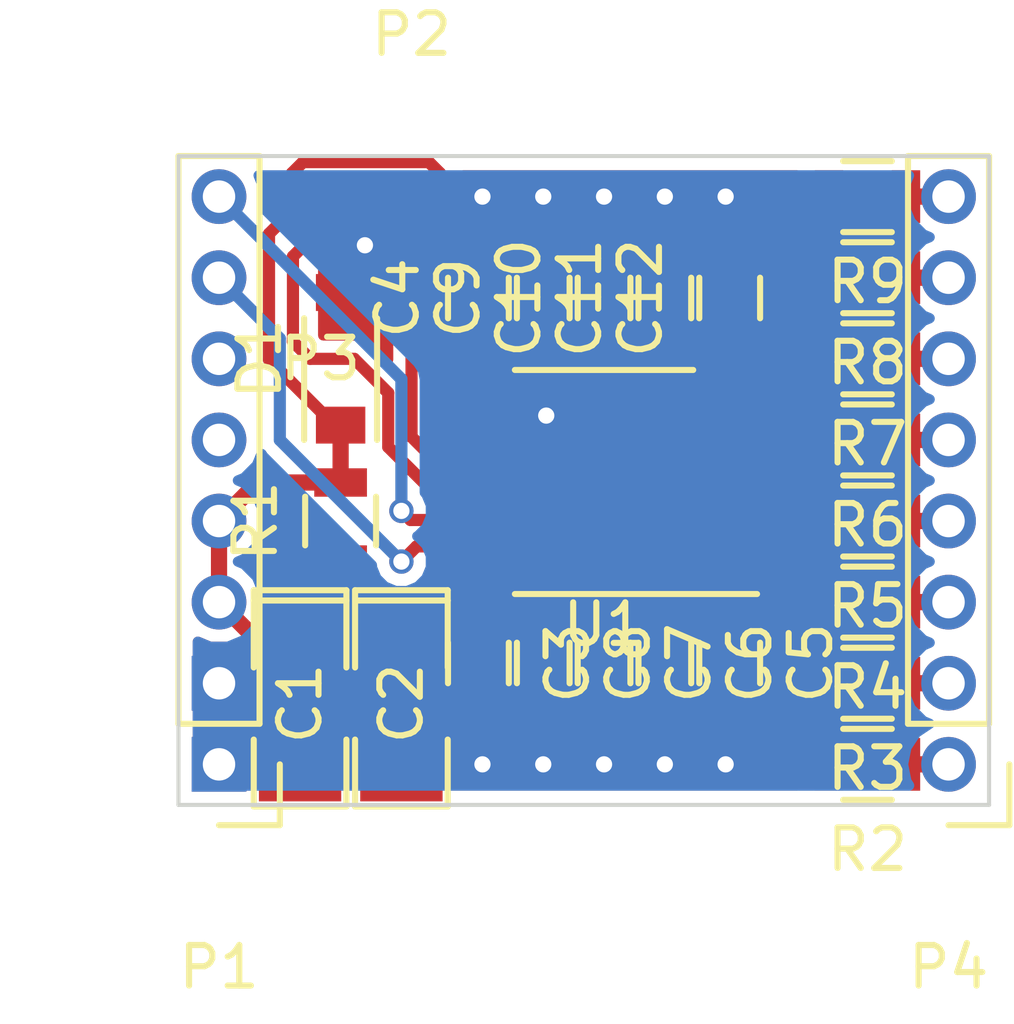
<source format=kicad_pcb>
(kicad_pcb (version 4) (host pcbnew 4.0.4+e1-6308~48~ubuntu16.04.1-stable)

  (general
    (links 56)
    (no_connects 0)
    (area 184.949999 124.949999 205.050001 141.050001)
    (thickness 1.6)
    (drawings 8)
    (tracks 159)
    (zones 0)
    (modules 27)
    (nets 25)
  )

  (page A4)
  (layers
    (0 F.Cu signal)
    (31 B.Cu signal)
    (32 B.Adhes user)
    (33 F.Adhes user)
    (34 B.Paste user)
    (35 F.Paste user)
    (36 B.SilkS user)
    (37 F.SilkS user)
    (38 B.Mask user)
    (39 F.Mask user)
    (40 Dwgs.User user)
    (41 Cmts.User user)
    (42 Eco1.User user)
    (43 Eco2.User user)
    (44 Edge.Cuts user)
    (45 Margin user)
    (46 B.CrtYd user)
    (47 F.CrtYd user)
    (48 B.Fab user)
    (49 F.Fab user)
  )

  (setup
    (last_trace_width 0.25)
    (user_trace_width 0.3)
    (user_trace_width 0.4)
    (user_trace_width 0.5)
    (trace_clearance 0.2)
    (zone_clearance 0.3)
    (zone_45_only no)
    (trace_min 0.2)
    (segment_width 0.2)
    (edge_width 0.1)
    (via_size 0.6)
    (via_drill 0.4)
    (via_min_size 0.4)
    (via_min_drill 0.3)
    (uvia_size 0.3)
    (uvia_drill 0.1)
    (uvias_allowed no)
    (uvia_min_size 0.2)
    (uvia_min_drill 0.1)
    (pcb_text_width 0.3)
    (pcb_text_size 1.5 1.5)
    (mod_edge_width 0.15)
    (mod_text_size 1 1)
    (mod_text_width 0.15)
    (pad_size 1.35 1.35)
    (pad_drill 0.8)
    (pad_to_mask_clearance 0)
    (aux_axis_origin 0 0)
    (visible_elements 7FFCEFFF)
    (pcbplotparams
      (layerselection 0x00030_80000001)
      (usegerberextensions false)
      (excludeedgelayer true)
      (linewidth 0.100000)
      (plotframeref false)
      (viasonmask false)
      (mode 1)
      (useauxorigin false)
      (hpglpennumber 1)
      (hpglpenspeed 20)
      (hpglpendiameter 15)
      (hpglpenoverlay 2)
      (psnegative false)
      (psa4output false)
      (plotreference true)
      (plotvalue true)
      (plotinvisibletext false)
      (padsonsilk false)
      (subtractmaskfromsilk false)
      (outputformat 1)
      (mirror false)
      (drillshape 1)
      (scaleselection 1)
      (outputdirectory ""))
  )

  (net 0 "")
  (net 1 +3V3)
  (net 2 GND)
  (net 3 "Net-(C2-Pad1)")
  (net 4 "Net-(C4-Pad1)")
  (net 5 "Net-(C5-Pad1)")
  (net 6 "Net-(C6-Pad1)")
  (net 7 "Net-(C7-Pad1)")
  (net 8 "Net-(C8-Pad1)")
  (net 9 "Net-(C9-Pad1)")
  (net 10 "Net-(C10-Pad1)")
  (net 11 "Net-(C11-Pad1)")
  (net 12 "Net-(C12-Pad1)")
  (net 13 "Net-(P1-Pad7)")
  (net 14 "Net-(P1-Pad8)")
  (net 15 "Net-(P2-Pad2)")
  (net 16 "Net-(P3-Pad2)")
  (net 17 /CH0)
  (net 18 /CH1)
  (net 19 /CH2)
  (net 20 /CH3)
  (net 21 /CH4)
  (net 22 /CH5)
  (net 23 /CH6)
  (net 24 /CH7)

  (net_class Default "This is the default net class."
    (clearance 0.2)
    (trace_width 0.25)
    (via_dia 0.6)
    (via_drill 0.4)
    (uvia_dia 0.3)
    (uvia_drill 0.1)
    (add_net +3V3)
    (add_net /CH0)
    (add_net /CH1)
    (add_net /CH2)
    (add_net /CH3)
    (add_net /CH4)
    (add_net /CH5)
    (add_net /CH6)
    (add_net /CH7)
    (add_net GND)
    (add_net "Net-(C10-Pad1)")
    (add_net "Net-(C11-Pad1)")
    (add_net "Net-(C12-Pad1)")
    (add_net "Net-(C2-Pad1)")
    (add_net "Net-(C4-Pad1)")
    (add_net "Net-(C5-Pad1)")
    (add_net "Net-(C6-Pad1)")
    (add_net "Net-(C7-Pad1)")
    (add_net "Net-(C8-Pad1)")
    (add_net "Net-(C9-Pad1)")
    (add_net "Net-(P1-Pad7)")
    (add_net "Net-(P1-Pad8)")
    (add_net "Net-(P2-Pad2)")
    (add_net "Net-(P3-Pad2)")
  )

  (module SMD_Packages:SMD-1206_Pol (layer F.Cu) (tedit 0) (tstamp 5856AA78)
    (at 188 138.5 270)
    (path /5855DFDB)
    (attr smd)
    (fp_text reference C1 (at 0 0 270) (layer F.SilkS)
      (effects (font (size 1 1) (thickness 0.15)))
    )
    (fp_text value CP (at 0 0 270) (layer F.Fab)
      (effects (font (size 1 1) (thickness 0.15)))
    )
    (fp_line (start -2.54 -1.143) (end -2.794 -1.143) (layer F.SilkS) (width 0.15))
    (fp_line (start -2.794 -1.143) (end -2.794 1.143) (layer F.SilkS) (width 0.15))
    (fp_line (start -2.794 1.143) (end -2.54 1.143) (layer F.SilkS) (width 0.15))
    (fp_line (start -2.54 -1.143) (end -2.54 1.143) (layer F.SilkS) (width 0.15))
    (fp_line (start -2.54 1.143) (end -0.889 1.143) (layer F.SilkS) (width 0.15))
    (fp_line (start 0.889 -1.143) (end 2.54 -1.143) (layer F.SilkS) (width 0.15))
    (fp_line (start 2.54 -1.143) (end 2.54 1.143) (layer F.SilkS) (width 0.15))
    (fp_line (start 2.54 1.143) (end 0.889 1.143) (layer F.SilkS) (width 0.15))
    (fp_line (start -0.889 -1.143) (end -2.54 -1.143) (layer F.SilkS) (width 0.15))
    (pad 1 smd rect (at -1.651 0 270) (size 1.524 2.032) (layers F.Cu F.Paste F.Mask)
      (net 1 +3V3))
    (pad 2 smd rect (at 1.651 0 270) (size 1.524 2.032) (layers F.Cu F.Paste F.Mask)
      (net 2 GND))
    (model SMD_Packages.3dshapes/SMD-1206_Pol.wrl
      (at (xyz 0 0 0))
      (scale (xyz 0.17 0.16 0.16))
      (rotate (xyz 0 0 0))
    )
  )

  (module SMD_Packages:SMD-1206_Pol (layer F.Cu) (tedit 0) (tstamp 5856AA7E)
    (at 190.5 138.5 270)
    (path /5855DFD4)
    (attr smd)
    (fp_text reference C2 (at 0 0 270) (layer F.SilkS)
      (effects (font (size 1 1) (thickness 0.15)))
    )
    (fp_text value CP (at 0 0 270) (layer F.Fab)
      (effects (font (size 1 1) (thickness 0.15)))
    )
    (fp_line (start -2.54 -1.143) (end -2.794 -1.143) (layer F.SilkS) (width 0.15))
    (fp_line (start -2.794 -1.143) (end -2.794 1.143) (layer F.SilkS) (width 0.15))
    (fp_line (start -2.794 1.143) (end -2.54 1.143) (layer F.SilkS) (width 0.15))
    (fp_line (start -2.54 -1.143) (end -2.54 1.143) (layer F.SilkS) (width 0.15))
    (fp_line (start -2.54 1.143) (end -0.889 1.143) (layer F.SilkS) (width 0.15))
    (fp_line (start 0.889 -1.143) (end 2.54 -1.143) (layer F.SilkS) (width 0.15))
    (fp_line (start 2.54 -1.143) (end 2.54 1.143) (layer F.SilkS) (width 0.15))
    (fp_line (start 2.54 1.143) (end 0.889 1.143) (layer F.SilkS) (width 0.15))
    (fp_line (start -0.889 -1.143) (end -2.54 -1.143) (layer F.SilkS) (width 0.15))
    (pad 1 smd rect (at -1.651 0 270) (size 1.524 2.032) (layers F.Cu F.Paste F.Mask)
      (net 3 "Net-(C2-Pad1)"))
    (pad 2 smd rect (at 1.651 0 270) (size 1.524 2.032) (layers F.Cu F.Paste F.Mask)
      (net 2 GND))
    (model SMD_Packages.3dshapes/SMD-1206_Pol.wrl
      (at (xyz 0 0 0))
      (scale (xyz 0.17 0.16 0.16))
      (rotate (xyz 0 0 0))
    )
  )

  (module Diodes_SMD:SOD-123 (layer F.Cu) (tedit 5753A53E) (tstamp 5856AAC0)
    (at 189 130 90)
    (descr SOD-123)
    (tags SOD-123)
    (path /5855E0DD)
    (attr smd)
    (fp_text reference D1 (at 0 -2 90) (layer F.SilkS)
      (effects (font (size 1 1) (thickness 0.15)))
    )
    (fp_text value 3.3V (at 0 2.1 90) (layer F.Fab)
      (effects (font (size 1 1) (thickness 0.15)))
    )
    (fp_line (start 0.25 0) (end 0.75 0) (layer F.Fab) (width 0.15))
    (fp_line (start 0.25 0.4) (end -0.35 0) (layer F.Fab) (width 0.15))
    (fp_line (start 0.25 -0.4) (end 0.25 0.4) (layer F.Fab) (width 0.15))
    (fp_line (start -0.35 0) (end 0.25 -0.4) (layer F.Fab) (width 0.15))
    (fp_line (start -0.35 0) (end -0.35 0.55) (layer F.Fab) (width 0.15))
    (fp_line (start -0.35 0) (end -0.35 -0.55) (layer F.Fab) (width 0.15))
    (fp_line (start -0.75 0) (end -0.35 0) (layer F.Fab) (width 0.15))
    (fp_line (start -1.35 0.8) (end -1.35 -0.8) (layer F.Fab) (width 0.15))
    (fp_line (start 1.35 0.8) (end -1.35 0.8) (layer F.Fab) (width 0.15))
    (fp_line (start 1.35 -0.8) (end 1.35 0.8) (layer F.Fab) (width 0.15))
    (fp_line (start -1.35 -0.8) (end 1.35 -0.8) (layer F.Fab) (width 0.15))
    (fp_line (start -2.25 -1.05) (end 2.25 -1.05) (layer F.CrtYd) (width 0.05))
    (fp_line (start 2.25 -1.05) (end 2.25 1.05) (layer F.CrtYd) (width 0.05))
    (fp_line (start 2.25 1.05) (end -2.25 1.05) (layer F.CrtYd) (width 0.05))
    (fp_line (start -2.25 -1.05) (end -2.25 1.05) (layer F.CrtYd) (width 0.05))
    (fp_line (start -2 0.9) (end 1 0.9) (layer F.SilkS) (width 0.15))
    (fp_line (start -2 -0.9) (end 1 -0.9) (layer F.SilkS) (width 0.15))
    (pad 1 smd rect (at -1.635 0 90) (size 0.91 1.22) (layers F.Cu F.Paste F.Mask)
      (net 1 +3V3))
    (pad 2 smd rect (at 1.635 0 90) (size 0.91 1.22) (layers F.Cu F.Paste F.Mask)
      (net 2 GND))
    (model ${KISYS3DMOD}/Diodes_SMD.3dshapes/SOD-123.wrl
      (at (xyz 0 0 0))
      (scale (xyz 1 1 1))
      (rotate (xyz 0 0 0))
    )
  )

  (module Resistors_SMD:R_0805 (layer F.Cu) (tedit 58307B54) (tstamp 5856AAEE)
    (at 189 134 90)
    (descr "Resistor SMD 0805, reflow soldering, Vishay (see dcrcw.pdf)")
    (tags "resistor 0805")
    (path /5855DFBA)
    (attr smd)
    (fp_text reference R1 (at 0 -2.1 90) (layer F.SilkS)
      (effects (font (size 1 1) (thickness 0.15)))
    )
    (fp_text value R (at 0 2.1 90) (layer F.Fab)
      (effects (font (size 1 1) (thickness 0.15)))
    )
    (fp_line (start -1 0.625) (end -1 -0.625) (layer F.Fab) (width 0.1))
    (fp_line (start 1 0.625) (end -1 0.625) (layer F.Fab) (width 0.1))
    (fp_line (start 1 -0.625) (end 1 0.625) (layer F.Fab) (width 0.1))
    (fp_line (start -1 -0.625) (end 1 -0.625) (layer F.Fab) (width 0.1))
    (fp_line (start -1.6 -1) (end 1.6 -1) (layer F.CrtYd) (width 0.05))
    (fp_line (start -1.6 1) (end 1.6 1) (layer F.CrtYd) (width 0.05))
    (fp_line (start -1.6 -1) (end -1.6 1) (layer F.CrtYd) (width 0.05))
    (fp_line (start 1.6 -1) (end 1.6 1) (layer F.CrtYd) (width 0.05))
    (fp_line (start 0.6 0.875) (end -0.6 0.875) (layer F.SilkS) (width 0.15))
    (fp_line (start -0.6 -0.875) (end 0.6 -0.875) (layer F.SilkS) (width 0.15))
    (pad 1 smd rect (at -0.95 0 90) (size 0.7 1.3) (layers F.Cu F.Paste F.Mask)
      (net 3 "Net-(C2-Pad1)"))
    (pad 2 smd rect (at 0.95 0 90) (size 0.7 1.3) (layers F.Cu F.Paste F.Mask)
      (net 1 +3V3))
    (model Resistors_SMD.3dshapes/R_0805.wrl
      (at (xyz 0 0 0))
      (scale (xyz 1 1 1))
      (rotate (xyz 0 0 0))
    )
  )

  (module Housings_SSOP:TSSOP-16_4.4x5mm_Pitch0.65mm (layer F.Cu) (tedit 54130A77) (tstamp 5856AB32)
    (at 195.5 133 180)
    (descr "16-Lead Plastic Thin Shrink Small Outline (ST)-4.4 mm Body [TSSOP] (see Microchip Packaging Specification 00000049BS.pdf)")
    (tags "SSOP 0.65")
    (path /5855DFE2)
    (attr smd)
    (fp_text reference U1 (at 0 -3.55 180) (layer F.SilkS)
      (effects (font (size 1 1) (thickness 0.15)))
    )
    (fp_text value ADS7828 (at 0 3.55 180) (layer F.Fab)
      (effects (font (size 1 1) (thickness 0.15)))
    )
    (fp_line (start -1.2 -2.5) (end 2.2 -2.5) (layer F.Fab) (width 0.15))
    (fp_line (start 2.2 -2.5) (end 2.2 2.5) (layer F.Fab) (width 0.15))
    (fp_line (start 2.2 2.5) (end -2.2 2.5) (layer F.Fab) (width 0.15))
    (fp_line (start -2.2 2.5) (end -2.2 -1.5) (layer F.Fab) (width 0.15))
    (fp_line (start -2.2 -1.5) (end -1.2 -2.5) (layer F.Fab) (width 0.15))
    (fp_line (start -3.95 -2.9) (end -3.95 2.8) (layer F.CrtYd) (width 0.05))
    (fp_line (start 3.95 -2.9) (end 3.95 2.8) (layer F.CrtYd) (width 0.05))
    (fp_line (start -3.95 -2.9) (end 3.95 -2.9) (layer F.CrtYd) (width 0.05))
    (fp_line (start -3.95 2.8) (end 3.95 2.8) (layer F.CrtYd) (width 0.05))
    (fp_line (start -2.2 2.725) (end 2.2 2.725) (layer F.SilkS) (width 0.15))
    (fp_line (start -3.775 -2.8) (end 2.2 -2.8) (layer F.SilkS) (width 0.15))
    (pad 1 smd rect (at -2.95 -2.275 180) (size 1.5 0.45) (layers F.Cu F.Paste F.Mask)
      (net 5 "Net-(C5-Pad1)"))
    (pad 2 smd rect (at -2.95 -1.625 180) (size 1.5 0.45) (layers F.Cu F.Paste F.Mask)
      (net 6 "Net-(C6-Pad1)"))
    (pad 3 smd rect (at -2.95 -0.975 180) (size 1.5 0.45) (layers F.Cu F.Paste F.Mask)
      (net 7 "Net-(C7-Pad1)"))
    (pad 4 smd rect (at -2.95 -0.325 180) (size 1.5 0.45) (layers F.Cu F.Paste F.Mask)
      (net 8 "Net-(C8-Pad1)"))
    (pad 5 smd rect (at -2.95 0.325 180) (size 1.5 0.45) (layers F.Cu F.Paste F.Mask)
      (net 9 "Net-(C9-Pad1)"))
    (pad 6 smd rect (at -2.95 0.975 180) (size 1.5 0.45) (layers F.Cu F.Paste F.Mask)
      (net 10 "Net-(C10-Pad1)"))
    (pad 7 smd rect (at -2.95 1.625 180) (size 1.5 0.45) (layers F.Cu F.Paste F.Mask)
      (net 11 "Net-(C11-Pad1)"))
    (pad 8 smd rect (at -2.95 2.275 180) (size 1.5 0.45) (layers F.Cu F.Paste F.Mask)
      (net 12 "Net-(C12-Pad1)"))
    (pad 9 smd rect (at 2.95 2.275 180) (size 1.5 0.45) (layers F.Cu F.Paste F.Mask)
      (net 2 GND))
    (pad 10 smd rect (at 2.95 1.625 180) (size 1.5 0.45) (layers F.Cu F.Paste F.Mask)
      (net 4 "Net-(C4-Pad1)"))
    (pad 11 smd rect (at 2.95 0.975 180) (size 1.5 0.45) (layers F.Cu F.Paste F.Mask)
      (net 2 GND))
    (pad 12 smd rect (at 2.95 0.325 180) (size 1.5 0.45) (layers F.Cu F.Paste F.Mask)
      (net 15 "Net-(P2-Pad2)"))
    (pad 13 smd rect (at 2.95 -0.325 180) (size 1.5 0.45) (layers F.Cu F.Paste F.Mask)
      (net 16 "Net-(P3-Pad2)"))
    (pad 14 smd rect (at 2.95 -0.975 180) (size 1.5 0.45) (layers F.Cu F.Paste F.Mask)
      (net 14 "Net-(P1-Pad8)"))
    (pad 15 smd rect (at 2.95 -1.625 180) (size 1.5 0.45) (layers F.Cu F.Paste F.Mask)
      (net 13 "Net-(P1-Pad7)"))
    (pad 16 smd rect (at 2.95 -2.275 180) (size 1.5 0.45) (layers F.Cu F.Paste F.Mask)
      (net 3 "Net-(C2-Pad1)"))
    (model Housings_SSOP.3dshapes/TSSOP-16_4.4x5mm_Pitch0.65mm.wrl
      (at (xyz 0 0 0))
      (scale (xyz 1 1 1))
      (rotate (xyz 0 0 0))
    )
  )

  (module Pin_Headers:Pin_Header_Straight_1x08_Pitch2.00mm (layer F.Cu) (tedit 5856F7D3) (tstamp 5856C956)
    (at 186 140 180)
    (descr "Through hole pin header, 1x08, 2.00mm pitch, single row")
    (tags "pin header single row")
    (path /5855D3E3)
    (fp_text reference P1 (at 0 -5 180) (layer F.SilkS)
      (effects (font (size 1 1) (thickness 0.15)))
    )
    (fp_text value CONN_01X08 (at 0 -3 180) (layer F.Fab)
      (effects (font (size 1 1) (thickness 0.15)))
    )
    (fp_line (start -1 1) (end 1 1) (layer F.SilkS) (width 0.15))
    (fp_line (start 1 1) (end 1 15) (layer F.SilkS) (width 0.15))
    (fp_line (start 1 15) (end -1 15) (layer F.SilkS) (width 0.15))
    (fp_line (start -1 15) (end -1 1) (layer F.SilkS) (width 0.15))
    (fp_line (start -1.6 -1.6) (end 1.6 -1.6) (layer F.CrtYd) (width 0.05))
    (fp_line (start 1.6 -1.6) (end 1.6 15.6) (layer F.CrtYd) (width 0.05))
    (fp_line (start 1.6 15.6) (end -1.6 15.6) (layer F.CrtYd) (width 0.05))
    (fp_line (start -1.6 15.6) (end -1.6 -1.6) (layer F.CrtYd) (width 0.05))
    (fp_line (start -1.5 0) (end -1.5 -1.5) (layer F.SilkS) (width 0.15))
    (fp_line (start -1.5 -1.5) (end 0 -1.5) (layer F.SilkS) (width 0.15))
    (pad 1 thru_hole rect (at 0 0 180) (size 1.35 1.35) (drill 0.8) (layers *.Cu *.Mask)
      (net 2 GND))
    (pad 2 thru_hole rect (at 0 2 180) (size 1.35 1.35) (drill 0.8) (layers *.Cu *.Mask)
      (net 2 GND))
    (pad 3 thru_hole circle (at 0 4 180) (size 1.35 1.35) (drill 0.8) (layers *.Cu *.Mask)
      (net 1 +3V3))
    (pad 4 thru_hole circle (at 0 6 180) (size 1.35 1.35) (drill 0.8) (layers *.Cu *.Mask)
      (net 1 +3V3))
    (pad 5 thru_hole circle (at 0 8 180) (size 1.35 1.35) (drill 0.8) (layers *.Cu *.Mask))
    (pad 6 thru_hole circle (at 0 10 180) (size 1.35 1.35) (drill 0.8) (layers *.Cu *.Mask))
    (pad 7 thru_hole circle (at 0 12 180) (size 1.35 1.35) (drill 0.8) (layers *.Cu *.Mask)
      (net 13 "Net-(P1-Pad7)"))
    (pad 8 thru_hole circle (at 0 14 180) (size 1.35 1.35) (drill 0.8) (layers *.Cu *.Mask)
      (net 14 "Net-(P1-Pad8)"))
    (model Pin_Headers.3dshapes/Pin_Header_Straight_1x08_Pitch2.00mm.wrl
      (at (xyz 0 0 0))
      (scale (xyz 1 1 1))
      (rotate (xyz 0 0 0))
    )
  )

  (module Pin_Headers:Pin_Header_Straight_1x08_Pitch2.00mm (layer F.Cu) (tedit 5856F7E1) (tstamp 5856C96D)
    (at 204 140 180)
    (descr "Through hole pin header, 1x08, 2.00mm pitch, single row")
    (tags "pin header single row")
    (path /5855D0FE)
    (fp_text reference P4 (at 0 -5 180) (layer F.SilkS)
      (effects (font (size 1 1) (thickness 0.15)))
    )
    (fp_text value CONN_01X08 (at 0 -3 180) (layer F.Fab)
      (effects (font (size 1 1) (thickness 0.15)))
    )
    (fp_line (start -1 1) (end 1 1) (layer F.SilkS) (width 0.15))
    (fp_line (start 1 1) (end 1 15) (layer F.SilkS) (width 0.15))
    (fp_line (start 1 15) (end -1 15) (layer F.SilkS) (width 0.15))
    (fp_line (start -1 15) (end -1 1) (layer F.SilkS) (width 0.15))
    (fp_line (start -1.6 -1.6) (end 1.6 -1.6) (layer F.CrtYd) (width 0.05))
    (fp_line (start 1.6 -1.6) (end 1.6 15.6) (layer F.CrtYd) (width 0.05))
    (fp_line (start 1.6 15.6) (end -1.6 15.6) (layer F.CrtYd) (width 0.05))
    (fp_line (start -1.6 15.6) (end -1.6 -1.6) (layer F.CrtYd) (width 0.05))
    (fp_line (start -1.5 0) (end -1.5 -1.5) (layer F.SilkS) (width 0.15))
    (fp_line (start -1.5 -1.5) (end 0 -1.5) (layer F.SilkS) (width 0.15))
    (pad 1 thru_hole oval (at 0 0 180) (size 1.35 1.35) (drill 0.8) (layers *.Cu *.Mask)
      (net 17 /CH0))
    (pad 2 thru_hole circle (at 0 2 180) (size 1.35 1.35) (drill 0.8) (layers *.Cu *.Mask)
      (net 18 /CH1))
    (pad 3 thru_hole circle (at 0 4 180) (size 1.35 1.35) (drill 0.8) (layers *.Cu *.Mask)
      (net 19 /CH2))
    (pad 4 thru_hole circle (at 0 6 180) (size 1.35 1.35) (drill 0.8) (layers *.Cu *.Mask)
      (net 20 /CH3))
    (pad 5 thru_hole circle (at 0 8 180) (size 1.35 1.35) (drill 0.8) (layers *.Cu *.Mask)
      (net 21 /CH4))
    (pad 6 thru_hole circle (at 0 10 180) (size 1.35 1.35) (drill 0.8) (layers *.Cu *.Mask)
      (net 22 /CH5))
    (pad 7 thru_hole circle (at 0 12 180) (size 1.35 1.35) (drill 0.8) (layers *.Cu *.Mask)
      (net 23 /CH6))
    (pad 8 thru_hole circle (at 0 14 180) (size 1.35 1.35) (drill 0.8) (layers *.Cu *.Mask)
      (net 24 /CH7))
    (model Pin_Headers.3dshapes/Pin_Header_Straight_1x08_Pitch2.00mm.wrl
      (at (xyz 0 0 0))
      (scale (xyz 1 1 1))
      (rotate (xyz 0 0 0))
    )
  )

  (module KiCad-Dev:Pad_3 (layer F.Cu) (tedit 5856DBE4) (tstamp 5856DC6E)
    (at 190.75 126)
    (path /5855D59A)
    (fp_text reference P2 (at 0 -4) (layer F.SilkS)
      (effects (font (size 1 1) (thickness 0.15)))
    )
    (fp_text value CONN_01X03 (at 0 -6) (layer F.Fab)
      (effects (font (size 1 1) (thickness 0.15)))
    )
    (pad 1 smd rect (at -0.7 0) (size 0.3 1) (layers F.Cu F.Paste F.Mask)
      (net 2 GND))
    (pad 2 smd rect (at 0 0) (size 0.3 1) (layers F.Cu F.Paste F.Mask)
      (net 15 "Net-(P2-Pad2)"))
    (pad 3 smd rect (at 0.7 0) (size 0.3 1) (layers F.Cu F.Paste F.Mask)
      (net 1 +3V3))
  )

  (module KiCad-Dev:Pad_3 (layer F.Cu) (tedit 5856DBE4) (tstamp 5856DC74)
    (at 188.5 126 180)
    (path /5855DAD4)
    (fp_text reference P3 (at 0 -4 180) (layer F.SilkS)
      (effects (font (size 1 1) (thickness 0.15)))
    )
    (fp_text value CONN_01X03 (at 0 -6 180) (layer F.Fab)
      (effects (font (size 1 1) (thickness 0.15)))
    )
    (pad 1 smd rect (at -0.7 0 180) (size 0.3 1) (layers F.Cu F.Paste F.Mask)
      (net 2 GND))
    (pad 2 smd rect (at 0 0 180) (size 0.3 1) (layers F.Cu F.Paste F.Mask)
      (net 16 "Net-(P3-Pad2)"))
    (pad 3 smd rect (at 0.7 0 180) (size 0.3 1) (layers F.Cu F.Paste F.Mask)
      (net 1 +3V3))
  )

  (module Resistors_SMD:R_0805 (layer F.Cu) (tedit 58307B54) (tstamp 5856ED06)
    (at 202 126 180)
    (descr "Resistor SMD 0805, reflow soldering, Vishay (see dcrcw.pdf)")
    (tags "resistor 0805")
    (path /5855E081)
    (attr smd)
    (fp_text reference R9 (at 0 -2.1 180) (layer F.SilkS)
      (effects (font (size 1 1) (thickness 0.15)))
    )
    (fp_text value R (at 0 2.1 180) (layer F.Fab)
      (effects (font (size 1 1) (thickness 0.15)))
    )
    (fp_line (start -1 0.625) (end -1 -0.625) (layer F.Fab) (width 0.1))
    (fp_line (start 1 0.625) (end -1 0.625) (layer F.Fab) (width 0.1))
    (fp_line (start 1 -0.625) (end 1 0.625) (layer F.Fab) (width 0.1))
    (fp_line (start -1 -0.625) (end 1 -0.625) (layer F.Fab) (width 0.1))
    (fp_line (start -1.6 -1) (end 1.6 -1) (layer F.CrtYd) (width 0.05))
    (fp_line (start -1.6 1) (end 1.6 1) (layer F.CrtYd) (width 0.05))
    (fp_line (start -1.6 -1) (end -1.6 1) (layer F.CrtYd) (width 0.05))
    (fp_line (start 1.6 -1) (end 1.6 1) (layer F.CrtYd) (width 0.05))
    (fp_line (start 0.6 0.875) (end -0.6 0.875) (layer F.SilkS) (width 0.15))
    (fp_line (start -0.6 -0.875) (end 0.6 -0.875) (layer F.SilkS) (width 0.15))
    (pad 1 smd rect (at -0.95 0 180) (size 0.7 1.3) (layers F.Cu F.Paste F.Mask)
      (net 24 /CH7))
    (pad 2 smd rect (at 0.95 0 180) (size 0.7 1.3) (layers F.Cu F.Paste F.Mask)
      (net 12 "Net-(C12-Pad1)"))
    (model Resistors_SMD.3dshapes/R_0805.wrl
      (at (xyz 0 0 0))
      (scale (xyz 1 1 1))
      (rotate (xyz 0 0 0))
    )
  )

  (module Capacitors_SMD:C_0805 (layer F.Cu) (tedit 5415D6EA) (tstamp 5856ED80)
    (at 192.5 137.5 270)
    (descr "Capacitor SMD 0805, reflow soldering, AVX (see smccp.pdf)")
    (tags "capacitor 0805")
    (path /5855E0D2)
    (attr smd)
    (fp_text reference C3 (at 0 -2.1 270) (layer F.SilkS)
      (effects (font (size 1 1) (thickness 0.15)))
    )
    (fp_text value C (at 0 2.1 270) (layer F.Fab)
      (effects (font (size 1 1) (thickness 0.15)))
    )
    (fp_line (start -1 0.625) (end -1 -0.625) (layer F.Fab) (width 0.15))
    (fp_line (start 1 0.625) (end -1 0.625) (layer F.Fab) (width 0.15))
    (fp_line (start 1 -0.625) (end 1 0.625) (layer F.Fab) (width 0.15))
    (fp_line (start -1 -0.625) (end 1 -0.625) (layer F.Fab) (width 0.15))
    (fp_line (start -1.8 -1) (end 1.8 -1) (layer F.CrtYd) (width 0.05))
    (fp_line (start -1.8 1) (end 1.8 1) (layer F.CrtYd) (width 0.05))
    (fp_line (start -1.8 -1) (end -1.8 1) (layer F.CrtYd) (width 0.05))
    (fp_line (start 1.8 -1) (end 1.8 1) (layer F.CrtYd) (width 0.05))
    (fp_line (start 0.5 -0.85) (end -0.5 -0.85) (layer F.SilkS) (width 0.15))
    (fp_line (start -0.5 0.85) (end 0.5 0.85) (layer F.SilkS) (width 0.15))
    (pad 1 smd rect (at -1 0 270) (size 1 1.25) (layers F.Cu F.Paste F.Mask)
      (net 3 "Net-(C2-Pad1)"))
    (pad 2 smd rect (at 1 0 270) (size 1 1.25) (layers F.Cu F.Paste F.Mask)
      (net 2 GND))
    (model Capacitors_SMD.3dshapes/C_0805.wrl
      (at (xyz 0 0 0))
      (scale (xyz 1 1 1))
      (rotate (xyz 0 0 0))
    )
  )

  (module Capacitors_SMD:C_0805 (layer F.Cu) (tedit 5415D6EA) (tstamp 5856ED85)
    (at 192.5 128.5 90)
    (descr "Capacitor SMD 0805, reflow soldering, AVX (see smccp.pdf)")
    (tags "capacitor 0805")
    (path /5855DFCD)
    (attr smd)
    (fp_text reference C4 (at 0 -2.1 90) (layer F.SilkS)
      (effects (font (size 1 1) (thickness 0.15)))
    )
    (fp_text value C (at 0 2.1 90) (layer F.Fab)
      (effects (font (size 1 1) (thickness 0.15)))
    )
    (fp_line (start -1 0.625) (end -1 -0.625) (layer F.Fab) (width 0.15))
    (fp_line (start 1 0.625) (end -1 0.625) (layer F.Fab) (width 0.15))
    (fp_line (start 1 -0.625) (end 1 0.625) (layer F.Fab) (width 0.15))
    (fp_line (start -1 -0.625) (end 1 -0.625) (layer F.Fab) (width 0.15))
    (fp_line (start -1.8 -1) (end 1.8 -1) (layer F.CrtYd) (width 0.05))
    (fp_line (start -1.8 1) (end 1.8 1) (layer F.CrtYd) (width 0.05))
    (fp_line (start -1.8 -1) (end -1.8 1) (layer F.CrtYd) (width 0.05))
    (fp_line (start 1.8 -1) (end 1.8 1) (layer F.CrtYd) (width 0.05))
    (fp_line (start 0.5 -0.85) (end -0.5 -0.85) (layer F.SilkS) (width 0.15))
    (fp_line (start -0.5 0.85) (end 0.5 0.85) (layer F.SilkS) (width 0.15))
    (pad 1 smd rect (at -1 0 90) (size 1 1.25) (layers F.Cu F.Paste F.Mask)
      (net 4 "Net-(C4-Pad1)"))
    (pad 2 smd rect (at 1 0 90) (size 1 1.25) (layers F.Cu F.Paste F.Mask)
      (net 2 GND))
    (model Capacitors_SMD.3dshapes/C_0805.wrl
      (at (xyz 0 0 0))
      (scale (xyz 1 1 1))
      (rotate (xyz 0 0 0))
    )
  )

  (module Capacitors_SMD:C_0805 (layer F.Cu) (tedit 5415D6EA) (tstamp 5856ED8A)
    (at 198.5 137.5 270)
    (descr "Capacitor SMD 0805, reflow soldering, AVX (see smccp.pdf)")
    (tags "capacitor 0805")
    (path /5855DFEA)
    (attr smd)
    (fp_text reference C5 (at 0 -2.1 270) (layer F.SilkS)
      (effects (font (size 1 1) (thickness 0.15)))
    )
    (fp_text value C (at 0 2.1 270) (layer F.Fab)
      (effects (font (size 1 1) (thickness 0.15)))
    )
    (fp_line (start -1 0.625) (end -1 -0.625) (layer F.Fab) (width 0.15))
    (fp_line (start 1 0.625) (end -1 0.625) (layer F.Fab) (width 0.15))
    (fp_line (start 1 -0.625) (end 1 0.625) (layer F.Fab) (width 0.15))
    (fp_line (start -1 -0.625) (end 1 -0.625) (layer F.Fab) (width 0.15))
    (fp_line (start -1.8 -1) (end 1.8 -1) (layer F.CrtYd) (width 0.05))
    (fp_line (start -1.8 1) (end 1.8 1) (layer F.CrtYd) (width 0.05))
    (fp_line (start -1.8 -1) (end -1.8 1) (layer F.CrtYd) (width 0.05))
    (fp_line (start 1.8 -1) (end 1.8 1) (layer F.CrtYd) (width 0.05))
    (fp_line (start 0.5 -0.85) (end -0.5 -0.85) (layer F.SilkS) (width 0.15))
    (fp_line (start -0.5 0.85) (end 0.5 0.85) (layer F.SilkS) (width 0.15))
    (pad 1 smd rect (at -1 0 270) (size 1 1.25) (layers F.Cu F.Paste F.Mask)
      (net 5 "Net-(C5-Pad1)"))
    (pad 2 smd rect (at 1 0 270) (size 1 1.25) (layers F.Cu F.Paste F.Mask)
      (net 2 GND))
    (model Capacitors_SMD.3dshapes/C_0805.wrl
      (at (xyz 0 0 0))
      (scale (xyz 1 1 1))
      (rotate (xyz 0 0 0))
    )
  )

  (module Capacitors_SMD:C_0805 (layer F.Cu) (tedit 5415D6EA) (tstamp 5856ED8F)
    (at 197 137.5 270)
    (descr "Capacitor SMD 0805, reflow soldering, AVX (see smccp.pdf)")
    (tags "capacitor 0805")
    (path /5855DFF1)
    (attr smd)
    (fp_text reference C6 (at 0 -2.1 270) (layer F.SilkS)
      (effects (font (size 1 1) (thickness 0.15)))
    )
    (fp_text value C (at 0 2.1 270) (layer F.Fab)
      (effects (font (size 1 1) (thickness 0.15)))
    )
    (fp_line (start -1 0.625) (end -1 -0.625) (layer F.Fab) (width 0.15))
    (fp_line (start 1 0.625) (end -1 0.625) (layer F.Fab) (width 0.15))
    (fp_line (start 1 -0.625) (end 1 0.625) (layer F.Fab) (width 0.15))
    (fp_line (start -1 -0.625) (end 1 -0.625) (layer F.Fab) (width 0.15))
    (fp_line (start -1.8 -1) (end 1.8 -1) (layer F.CrtYd) (width 0.05))
    (fp_line (start -1.8 1) (end 1.8 1) (layer F.CrtYd) (width 0.05))
    (fp_line (start -1.8 -1) (end -1.8 1) (layer F.CrtYd) (width 0.05))
    (fp_line (start 1.8 -1) (end 1.8 1) (layer F.CrtYd) (width 0.05))
    (fp_line (start 0.5 -0.85) (end -0.5 -0.85) (layer F.SilkS) (width 0.15))
    (fp_line (start -0.5 0.85) (end 0.5 0.85) (layer F.SilkS) (width 0.15))
    (pad 1 smd rect (at -1 0 270) (size 1 1.25) (layers F.Cu F.Paste F.Mask)
      (net 6 "Net-(C6-Pad1)"))
    (pad 2 smd rect (at 1 0 270) (size 1 1.25) (layers F.Cu F.Paste F.Mask)
      (net 2 GND))
    (model Capacitors_SMD.3dshapes/C_0805.wrl
      (at (xyz 0 0 0))
      (scale (xyz 1 1 1))
      (rotate (xyz 0 0 0))
    )
  )

  (module Capacitors_SMD:C_0805 (layer F.Cu) (tedit 5415D6EA) (tstamp 5856ED94)
    (at 195.5 137.5 270)
    (descr "Capacitor SMD 0805, reflow soldering, AVX (see smccp.pdf)")
    (tags "capacitor 0805")
    (path /5855DFF8)
    (attr smd)
    (fp_text reference C7 (at 0 -2.1 270) (layer F.SilkS)
      (effects (font (size 1 1) (thickness 0.15)))
    )
    (fp_text value C (at 0 2.1 270) (layer F.Fab)
      (effects (font (size 1 1) (thickness 0.15)))
    )
    (fp_line (start -1 0.625) (end -1 -0.625) (layer F.Fab) (width 0.15))
    (fp_line (start 1 0.625) (end -1 0.625) (layer F.Fab) (width 0.15))
    (fp_line (start 1 -0.625) (end 1 0.625) (layer F.Fab) (width 0.15))
    (fp_line (start -1 -0.625) (end 1 -0.625) (layer F.Fab) (width 0.15))
    (fp_line (start -1.8 -1) (end 1.8 -1) (layer F.CrtYd) (width 0.05))
    (fp_line (start -1.8 1) (end 1.8 1) (layer F.CrtYd) (width 0.05))
    (fp_line (start -1.8 -1) (end -1.8 1) (layer F.CrtYd) (width 0.05))
    (fp_line (start 1.8 -1) (end 1.8 1) (layer F.CrtYd) (width 0.05))
    (fp_line (start 0.5 -0.85) (end -0.5 -0.85) (layer F.SilkS) (width 0.15))
    (fp_line (start -0.5 0.85) (end 0.5 0.85) (layer F.SilkS) (width 0.15))
    (pad 1 smd rect (at -1 0 270) (size 1 1.25) (layers F.Cu F.Paste F.Mask)
      (net 7 "Net-(C7-Pad1)"))
    (pad 2 smd rect (at 1 0 270) (size 1 1.25) (layers F.Cu F.Paste F.Mask)
      (net 2 GND))
    (model Capacitors_SMD.3dshapes/C_0805.wrl
      (at (xyz 0 0 0))
      (scale (xyz 1 1 1))
      (rotate (xyz 0 0 0))
    )
  )

  (module Capacitors_SMD:C_0805 (layer F.Cu) (tedit 5415D6EA) (tstamp 5856ED99)
    (at 194 137.5 270)
    (descr "Capacitor SMD 0805, reflow soldering, AVX (see smccp.pdf)")
    (tags "capacitor 0805")
    (path /5855DFFF)
    (attr smd)
    (fp_text reference C8 (at 0 -2.1 270) (layer F.SilkS)
      (effects (font (size 1 1) (thickness 0.15)))
    )
    (fp_text value C (at 0 2.1 270) (layer F.Fab)
      (effects (font (size 1 1) (thickness 0.15)))
    )
    (fp_line (start -1 0.625) (end -1 -0.625) (layer F.Fab) (width 0.15))
    (fp_line (start 1 0.625) (end -1 0.625) (layer F.Fab) (width 0.15))
    (fp_line (start 1 -0.625) (end 1 0.625) (layer F.Fab) (width 0.15))
    (fp_line (start -1 -0.625) (end 1 -0.625) (layer F.Fab) (width 0.15))
    (fp_line (start -1.8 -1) (end 1.8 -1) (layer F.CrtYd) (width 0.05))
    (fp_line (start -1.8 1) (end 1.8 1) (layer F.CrtYd) (width 0.05))
    (fp_line (start -1.8 -1) (end -1.8 1) (layer F.CrtYd) (width 0.05))
    (fp_line (start 1.8 -1) (end 1.8 1) (layer F.CrtYd) (width 0.05))
    (fp_line (start 0.5 -0.85) (end -0.5 -0.85) (layer F.SilkS) (width 0.15))
    (fp_line (start -0.5 0.85) (end 0.5 0.85) (layer F.SilkS) (width 0.15))
    (pad 1 smd rect (at -1 0 270) (size 1 1.25) (layers F.Cu F.Paste F.Mask)
      (net 8 "Net-(C8-Pad1)"))
    (pad 2 smd rect (at 1 0 270) (size 1 1.25) (layers F.Cu F.Paste F.Mask)
      (net 2 GND))
    (model Capacitors_SMD.3dshapes/C_0805.wrl
      (at (xyz 0 0 0))
      (scale (xyz 1 1 1))
      (rotate (xyz 0 0 0))
    )
  )

  (module Capacitors_SMD:C_0805 (layer F.Cu) (tedit 5415D6EA) (tstamp 5856ED9E)
    (at 194 128.5 90)
    (descr "Capacitor SMD 0805, reflow soldering, AVX (see smccp.pdf)")
    (tags "capacitor 0805")
    (path /5855E006)
    (attr smd)
    (fp_text reference C9 (at 0 -2.1 90) (layer F.SilkS)
      (effects (font (size 1 1) (thickness 0.15)))
    )
    (fp_text value C (at 0 2.1 90) (layer F.Fab)
      (effects (font (size 1 1) (thickness 0.15)))
    )
    (fp_line (start -1 0.625) (end -1 -0.625) (layer F.Fab) (width 0.15))
    (fp_line (start 1 0.625) (end -1 0.625) (layer F.Fab) (width 0.15))
    (fp_line (start 1 -0.625) (end 1 0.625) (layer F.Fab) (width 0.15))
    (fp_line (start -1 -0.625) (end 1 -0.625) (layer F.Fab) (width 0.15))
    (fp_line (start -1.8 -1) (end 1.8 -1) (layer F.CrtYd) (width 0.05))
    (fp_line (start -1.8 1) (end 1.8 1) (layer F.CrtYd) (width 0.05))
    (fp_line (start -1.8 -1) (end -1.8 1) (layer F.CrtYd) (width 0.05))
    (fp_line (start 1.8 -1) (end 1.8 1) (layer F.CrtYd) (width 0.05))
    (fp_line (start 0.5 -0.85) (end -0.5 -0.85) (layer F.SilkS) (width 0.15))
    (fp_line (start -0.5 0.85) (end 0.5 0.85) (layer F.SilkS) (width 0.15))
    (pad 1 smd rect (at -1 0 90) (size 1 1.25) (layers F.Cu F.Paste F.Mask)
      (net 9 "Net-(C9-Pad1)"))
    (pad 2 smd rect (at 1 0 90) (size 1 1.25) (layers F.Cu F.Paste F.Mask)
      (net 2 GND))
    (model Capacitors_SMD.3dshapes/C_0805.wrl
      (at (xyz 0 0 0))
      (scale (xyz 1 1 1))
      (rotate (xyz 0 0 0))
    )
  )

  (module Capacitors_SMD:C_0805 (layer F.Cu) (tedit 5415D6EA) (tstamp 5856EDA3)
    (at 195.5 128.5 90)
    (descr "Capacitor SMD 0805, reflow soldering, AVX (see smccp.pdf)")
    (tags "capacitor 0805")
    (path /5855E00D)
    (attr smd)
    (fp_text reference C10 (at 0 -2.1 90) (layer F.SilkS)
      (effects (font (size 1 1) (thickness 0.15)))
    )
    (fp_text value C (at 0 2.1 90) (layer F.Fab)
      (effects (font (size 1 1) (thickness 0.15)))
    )
    (fp_line (start -1 0.625) (end -1 -0.625) (layer F.Fab) (width 0.15))
    (fp_line (start 1 0.625) (end -1 0.625) (layer F.Fab) (width 0.15))
    (fp_line (start 1 -0.625) (end 1 0.625) (layer F.Fab) (width 0.15))
    (fp_line (start -1 -0.625) (end 1 -0.625) (layer F.Fab) (width 0.15))
    (fp_line (start -1.8 -1) (end 1.8 -1) (layer F.CrtYd) (width 0.05))
    (fp_line (start -1.8 1) (end 1.8 1) (layer F.CrtYd) (width 0.05))
    (fp_line (start -1.8 -1) (end -1.8 1) (layer F.CrtYd) (width 0.05))
    (fp_line (start 1.8 -1) (end 1.8 1) (layer F.CrtYd) (width 0.05))
    (fp_line (start 0.5 -0.85) (end -0.5 -0.85) (layer F.SilkS) (width 0.15))
    (fp_line (start -0.5 0.85) (end 0.5 0.85) (layer F.SilkS) (width 0.15))
    (pad 1 smd rect (at -1 0 90) (size 1 1.25) (layers F.Cu F.Paste F.Mask)
      (net 10 "Net-(C10-Pad1)"))
    (pad 2 smd rect (at 1 0 90) (size 1 1.25) (layers F.Cu F.Paste F.Mask)
      (net 2 GND))
    (model Capacitors_SMD.3dshapes/C_0805.wrl
      (at (xyz 0 0 0))
      (scale (xyz 1 1 1))
      (rotate (xyz 0 0 0))
    )
  )

  (module Capacitors_SMD:C_0805 (layer F.Cu) (tedit 5415D6EA) (tstamp 5856EDA8)
    (at 197 128.5 90)
    (descr "Capacitor SMD 0805, reflow soldering, AVX (see smccp.pdf)")
    (tags "capacitor 0805")
    (path /5855E014)
    (attr smd)
    (fp_text reference C11 (at 0 -2.1 90) (layer F.SilkS)
      (effects (font (size 1 1) (thickness 0.15)))
    )
    (fp_text value C (at 0 2.1 90) (layer F.Fab)
      (effects (font (size 1 1) (thickness 0.15)))
    )
    (fp_line (start -1 0.625) (end -1 -0.625) (layer F.Fab) (width 0.15))
    (fp_line (start 1 0.625) (end -1 0.625) (layer F.Fab) (width 0.15))
    (fp_line (start 1 -0.625) (end 1 0.625) (layer F.Fab) (width 0.15))
    (fp_line (start -1 -0.625) (end 1 -0.625) (layer F.Fab) (width 0.15))
    (fp_line (start -1.8 -1) (end 1.8 -1) (layer F.CrtYd) (width 0.05))
    (fp_line (start -1.8 1) (end 1.8 1) (layer F.CrtYd) (width 0.05))
    (fp_line (start -1.8 -1) (end -1.8 1) (layer F.CrtYd) (width 0.05))
    (fp_line (start 1.8 -1) (end 1.8 1) (layer F.CrtYd) (width 0.05))
    (fp_line (start 0.5 -0.85) (end -0.5 -0.85) (layer F.SilkS) (width 0.15))
    (fp_line (start -0.5 0.85) (end 0.5 0.85) (layer F.SilkS) (width 0.15))
    (pad 1 smd rect (at -1 0 90) (size 1 1.25) (layers F.Cu F.Paste F.Mask)
      (net 11 "Net-(C11-Pad1)"))
    (pad 2 smd rect (at 1 0 90) (size 1 1.25) (layers F.Cu F.Paste F.Mask)
      (net 2 GND))
    (model Capacitors_SMD.3dshapes/C_0805.wrl
      (at (xyz 0 0 0))
      (scale (xyz 1 1 1))
      (rotate (xyz 0 0 0))
    )
  )

  (module Capacitors_SMD:C_0805 (layer F.Cu) (tedit 5415D6EA) (tstamp 5856EDAD)
    (at 198.5 128.5 90)
    (descr "Capacitor SMD 0805, reflow soldering, AVX (see smccp.pdf)")
    (tags "capacitor 0805")
    (path /5855E01B)
    (attr smd)
    (fp_text reference C12 (at 0 -2.1 90) (layer F.SilkS)
      (effects (font (size 1 1) (thickness 0.15)))
    )
    (fp_text value C (at 0 2.1 90) (layer F.Fab)
      (effects (font (size 1 1) (thickness 0.15)))
    )
    (fp_line (start -1 0.625) (end -1 -0.625) (layer F.Fab) (width 0.15))
    (fp_line (start 1 0.625) (end -1 0.625) (layer F.Fab) (width 0.15))
    (fp_line (start 1 -0.625) (end 1 0.625) (layer F.Fab) (width 0.15))
    (fp_line (start -1 -0.625) (end 1 -0.625) (layer F.Fab) (width 0.15))
    (fp_line (start -1.8 -1) (end 1.8 -1) (layer F.CrtYd) (width 0.05))
    (fp_line (start -1.8 1) (end 1.8 1) (layer F.CrtYd) (width 0.05))
    (fp_line (start -1.8 -1) (end -1.8 1) (layer F.CrtYd) (width 0.05))
    (fp_line (start 1.8 -1) (end 1.8 1) (layer F.CrtYd) (width 0.05))
    (fp_line (start 0.5 -0.85) (end -0.5 -0.85) (layer F.SilkS) (width 0.15))
    (fp_line (start -0.5 0.85) (end 0.5 0.85) (layer F.SilkS) (width 0.15))
    (pad 1 smd rect (at -1 0 90) (size 1 1.25) (layers F.Cu F.Paste F.Mask)
      (net 12 "Net-(C12-Pad1)"))
    (pad 2 smd rect (at 1 0 90) (size 1 1.25) (layers F.Cu F.Paste F.Mask)
      (net 2 GND))
    (model Capacitors_SMD.3dshapes/C_0805.wrl
      (at (xyz 0 0 0))
      (scale (xyz 1 1 1))
      (rotate (xyz 0 0 0))
    )
  )

  (module Resistors_SMD:R_0805 (layer F.Cu) (tedit 58307B54) (tstamp 5856EF6C)
    (at 202 140 180)
    (descr "Resistor SMD 0805, reflow soldering, Vishay (see dcrcw.pdf)")
    (tags "resistor 0805")
    (path /5855E050)
    (attr smd)
    (fp_text reference R2 (at 0 -2.1 180) (layer F.SilkS)
      (effects (font (size 1 1) (thickness 0.15)))
    )
    (fp_text value R (at 0 2.1 180) (layer F.Fab)
      (effects (font (size 1 1) (thickness 0.15)))
    )
    (fp_line (start -1 0.625) (end -1 -0.625) (layer F.Fab) (width 0.1))
    (fp_line (start 1 0.625) (end -1 0.625) (layer F.Fab) (width 0.1))
    (fp_line (start 1 -0.625) (end 1 0.625) (layer F.Fab) (width 0.1))
    (fp_line (start -1 -0.625) (end 1 -0.625) (layer F.Fab) (width 0.1))
    (fp_line (start -1.6 -1) (end 1.6 -1) (layer F.CrtYd) (width 0.05))
    (fp_line (start -1.6 1) (end 1.6 1) (layer F.CrtYd) (width 0.05))
    (fp_line (start -1.6 -1) (end -1.6 1) (layer F.CrtYd) (width 0.05))
    (fp_line (start 1.6 -1) (end 1.6 1) (layer F.CrtYd) (width 0.05))
    (fp_line (start 0.6 0.875) (end -0.6 0.875) (layer F.SilkS) (width 0.15))
    (fp_line (start -0.6 -0.875) (end 0.6 -0.875) (layer F.SilkS) (width 0.15))
    (pad 1 smd rect (at -0.95 0 180) (size 0.7 1.3) (layers F.Cu F.Paste F.Mask)
      (net 17 /CH0))
    (pad 2 smd rect (at 0.95 0 180) (size 0.7 1.3) (layers F.Cu F.Paste F.Mask)
      (net 5 "Net-(C5-Pad1)"))
    (model Resistors_SMD.3dshapes/R_0805.wrl
      (at (xyz 0 0 0))
      (scale (xyz 1 1 1))
      (rotate (xyz 0 0 0))
    )
  )

  (module Resistors_SMD:R_0805 (layer F.Cu) (tedit 58307B54) (tstamp 5856EF71)
    (at 202 138 180)
    (descr "Resistor SMD 0805, reflow soldering, Vishay (see dcrcw.pdf)")
    (tags "resistor 0805")
    (path /5855E057)
    (attr smd)
    (fp_text reference R3 (at 0 -2.1 180) (layer F.SilkS)
      (effects (font (size 1 1) (thickness 0.15)))
    )
    (fp_text value R (at 0 2.1 180) (layer F.Fab)
      (effects (font (size 1 1) (thickness 0.15)))
    )
    (fp_line (start -1 0.625) (end -1 -0.625) (layer F.Fab) (width 0.1))
    (fp_line (start 1 0.625) (end -1 0.625) (layer F.Fab) (width 0.1))
    (fp_line (start 1 -0.625) (end 1 0.625) (layer F.Fab) (width 0.1))
    (fp_line (start -1 -0.625) (end 1 -0.625) (layer F.Fab) (width 0.1))
    (fp_line (start -1.6 -1) (end 1.6 -1) (layer F.CrtYd) (width 0.05))
    (fp_line (start -1.6 1) (end 1.6 1) (layer F.CrtYd) (width 0.05))
    (fp_line (start -1.6 -1) (end -1.6 1) (layer F.CrtYd) (width 0.05))
    (fp_line (start 1.6 -1) (end 1.6 1) (layer F.CrtYd) (width 0.05))
    (fp_line (start 0.6 0.875) (end -0.6 0.875) (layer F.SilkS) (width 0.15))
    (fp_line (start -0.6 -0.875) (end 0.6 -0.875) (layer F.SilkS) (width 0.15))
    (pad 1 smd rect (at -0.95 0 180) (size 0.7 1.3) (layers F.Cu F.Paste F.Mask)
      (net 18 /CH1))
    (pad 2 smd rect (at 0.95 0 180) (size 0.7 1.3) (layers F.Cu F.Paste F.Mask)
      (net 6 "Net-(C6-Pad1)"))
    (model Resistors_SMD.3dshapes/R_0805.wrl
      (at (xyz 0 0 0))
      (scale (xyz 1 1 1))
      (rotate (xyz 0 0 0))
    )
  )

  (module Resistors_SMD:R_0805 (layer F.Cu) (tedit 58307B54) (tstamp 5856EF76)
    (at 202 136 180)
    (descr "Resistor SMD 0805, reflow soldering, Vishay (see dcrcw.pdf)")
    (tags "resistor 0805")
    (path /5855E05E)
    (attr smd)
    (fp_text reference R4 (at 0 -2.1 180) (layer F.SilkS)
      (effects (font (size 1 1) (thickness 0.15)))
    )
    (fp_text value R (at 0 2.1 180) (layer F.Fab)
      (effects (font (size 1 1) (thickness 0.15)))
    )
    (fp_line (start -1 0.625) (end -1 -0.625) (layer F.Fab) (width 0.1))
    (fp_line (start 1 0.625) (end -1 0.625) (layer F.Fab) (width 0.1))
    (fp_line (start 1 -0.625) (end 1 0.625) (layer F.Fab) (width 0.1))
    (fp_line (start -1 -0.625) (end 1 -0.625) (layer F.Fab) (width 0.1))
    (fp_line (start -1.6 -1) (end 1.6 -1) (layer F.CrtYd) (width 0.05))
    (fp_line (start -1.6 1) (end 1.6 1) (layer F.CrtYd) (width 0.05))
    (fp_line (start -1.6 -1) (end -1.6 1) (layer F.CrtYd) (width 0.05))
    (fp_line (start 1.6 -1) (end 1.6 1) (layer F.CrtYd) (width 0.05))
    (fp_line (start 0.6 0.875) (end -0.6 0.875) (layer F.SilkS) (width 0.15))
    (fp_line (start -0.6 -0.875) (end 0.6 -0.875) (layer F.SilkS) (width 0.15))
    (pad 1 smd rect (at -0.95 0 180) (size 0.7 1.3) (layers F.Cu F.Paste F.Mask)
      (net 19 /CH2))
    (pad 2 smd rect (at 0.95 0 180) (size 0.7 1.3) (layers F.Cu F.Paste F.Mask)
      (net 7 "Net-(C7-Pad1)"))
    (model Resistors_SMD.3dshapes/R_0805.wrl
      (at (xyz 0 0 0))
      (scale (xyz 1 1 1))
      (rotate (xyz 0 0 0))
    )
  )

  (module Resistors_SMD:R_0805 (layer F.Cu) (tedit 58307B54) (tstamp 5856EF7B)
    (at 202 134 180)
    (descr "Resistor SMD 0805, reflow soldering, Vishay (see dcrcw.pdf)")
    (tags "resistor 0805")
    (path /5855E065)
    (attr smd)
    (fp_text reference R5 (at 0 -2.1 180) (layer F.SilkS)
      (effects (font (size 1 1) (thickness 0.15)))
    )
    (fp_text value R (at 0 2.1 180) (layer F.Fab)
      (effects (font (size 1 1) (thickness 0.15)))
    )
    (fp_line (start -1 0.625) (end -1 -0.625) (layer F.Fab) (width 0.1))
    (fp_line (start 1 0.625) (end -1 0.625) (layer F.Fab) (width 0.1))
    (fp_line (start 1 -0.625) (end 1 0.625) (layer F.Fab) (width 0.1))
    (fp_line (start -1 -0.625) (end 1 -0.625) (layer F.Fab) (width 0.1))
    (fp_line (start -1.6 -1) (end 1.6 -1) (layer F.CrtYd) (width 0.05))
    (fp_line (start -1.6 1) (end 1.6 1) (layer F.CrtYd) (width 0.05))
    (fp_line (start -1.6 -1) (end -1.6 1) (layer F.CrtYd) (width 0.05))
    (fp_line (start 1.6 -1) (end 1.6 1) (layer F.CrtYd) (width 0.05))
    (fp_line (start 0.6 0.875) (end -0.6 0.875) (layer F.SilkS) (width 0.15))
    (fp_line (start -0.6 -0.875) (end 0.6 -0.875) (layer F.SilkS) (width 0.15))
    (pad 1 smd rect (at -0.95 0 180) (size 0.7 1.3) (layers F.Cu F.Paste F.Mask)
      (net 20 /CH3))
    (pad 2 smd rect (at 0.95 0 180) (size 0.7 1.3) (layers F.Cu F.Paste F.Mask)
      (net 8 "Net-(C8-Pad1)"))
    (model Resistors_SMD.3dshapes/R_0805.wrl
      (at (xyz 0 0 0))
      (scale (xyz 1 1 1))
      (rotate (xyz 0 0 0))
    )
  )

  (module Resistors_SMD:R_0805 (layer F.Cu) (tedit 58307B54) (tstamp 5856EF80)
    (at 202 132 180)
    (descr "Resistor SMD 0805, reflow soldering, Vishay (see dcrcw.pdf)")
    (tags "resistor 0805")
    (path /5855E06C)
    (attr smd)
    (fp_text reference R6 (at 0 -2.1 180) (layer F.SilkS)
      (effects (font (size 1 1) (thickness 0.15)))
    )
    (fp_text value R (at 0 2.1 180) (layer F.Fab)
      (effects (font (size 1 1) (thickness 0.15)))
    )
    (fp_line (start -1 0.625) (end -1 -0.625) (layer F.Fab) (width 0.1))
    (fp_line (start 1 0.625) (end -1 0.625) (layer F.Fab) (width 0.1))
    (fp_line (start 1 -0.625) (end 1 0.625) (layer F.Fab) (width 0.1))
    (fp_line (start -1 -0.625) (end 1 -0.625) (layer F.Fab) (width 0.1))
    (fp_line (start -1.6 -1) (end 1.6 -1) (layer F.CrtYd) (width 0.05))
    (fp_line (start -1.6 1) (end 1.6 1) (layer F.CrtYd) (width 0.05))
    (fp_line (start -1.6 -1) (end -1.6 1) (layer F.CrtYd) (width 0.05))
    (fp_line (start 1.6 -1) (end 1.6 1) (layer F.CrtYd) (width 0.05))
    (fp_line (start 0.6 0.875) (end -0.6 0.875) (layer F.SilkS) (width 0.15))
    (fp_line (start -0.6 -0.875) (end 0.6 -0.875) (layer F.SilkS) (width 0.15))
    (pad 1 smd rect (at -0.95 0 180) (size 0.7 1.3) (layers F.Cu F.Paste F.Mask)
      (net 21 /CH4))
    (pad 2 smd rect (at 0.95 0 180) (size 0.7 1.3) (layers F.Cu F.Paste F.Mask)
      (net 9 "Net-(C9-Pad1)"))
    (model Resistors_SMD.3dshapes/R_0805.wrl
      (at (xyz 0 0 0))
      (scale (xyz 1 1 1))
      (rotate (xyz 0 0 0))
    )
  )

  (module Resistors_SMD:R_0805 (layer F.Cu) (tedit 58307B54) (tstamp 5856EF85)
    (at 202 130 180)
    (descr "Resistor SMD 0805, reflow soldering, Vishay (see dcrcw.pdf)")
    (tags "resistor 0805")
    (path /5855E073)
    (attr smd)
    (fp_text reference R7 (at 0 -2.1 180) (layer F.SilkS)
      (effects (font (size 1 1) (thickness 0.15)))
    )
    (fp_text value R (at 0 2.1 180) (layer F.Fab)
      (effects (font (size 1 1) (thickness 0.15)))
    )
    (fp_line (start -1 0.625) (end -1 -0.625) (layer F.Fab) (width 0.1))
    (fp_line (start 1 0.625) (end -1 0.625) (layer F.Fab) (width 0.1))
    (fp_line (start 1 -0.625) (end 1 0.625) (layer F.Fab) (width 0.1))
    (fp_line (start -1 -0.625) (end 1 -0.625) (layer F.Fab) (width 0.1))
    (fp_line (start -1.6 -1) (end 1.6 -1) (layer F.CrtYd) (width 0.05))
    (fp_line (start -1.6 1) (end 1.6 1) (layer F.CrtYd) (width 0.05))
    (fp_line (start -1.6 -1) (end -1.6 1) (layer F.CrtYd) (width 0.05))
    (fp_line (start 1.6 -1) (end 1.6 1) (layer F.CrtYd) (width 0.05))
    (fp_line (start 0.6 0.875) (end -0.6 0.875) (layer F.SilkS) (width 0.15))
    (fp_line (start -0.6 -0.875) (end 0.6 -0.875) (layer F.SilkS) (width 0.15))
    (pad 1 smd rect (at -0.95 0 180) (size 0.7 1.3) (layers F.Cu F.Paste F.Mask)
      (net 22 /CH5))
    (pad 2 smd rect (at 0.95 0 180) (size 0.7 1.3) (layers F.Cu F.Paste F.Mask)
      (net 10 "Net-(C10-Pad1)"))
    (model Resistors_SMD.3dshapes/R_0805.wrl
      (at (xyz 0 0 0))
      (scale (xyz 1 1 1))
      (rotate (xyz 0 0 0))
    )
  )

  (module Resistors_SMD:R_0805 (layer F.Cu) (tedit 58307B54) (tstamp 5856EF8A)
    (at 202 128 180)
    (descr "Resistor SMD 0805, reflow soldering, Vishay (see dcrcw.pdf)")
    (tags "resistor 0805")
    (path /5855E07A)
    (attr smd)
    (fp_text reference R8 (at 0 -2.1 180) (layer F.SilkS)
      (effects (font (size 1 1) (thickness 0.15)))
    )
    (fp_text value R (at 0 2.1 180) (layer F.Fab)
      (effects (font (size 1 1) (thickness 0.15)))
    )
    (fp_line (start -1 0.625) (end -1 -0.625) (layer F.Fab) (width 0.1))
    (fp_line (start 1 0.625) (end -1 0.625) (layer F.Fab) (width 0.1))
    (fp_line (start 1 -0.625) (end 1 0.625) (layer F.Fab) (width 0.1))
    (fp_line (start -1 -0.625) (end 1 -0.625) (layer F.Fab) (width 0.1))
    (fp_line (start -1.6 -1) (end 1.6 -1) (layer F.CrtYd) (width 0.05))
    (fp_line (start -1.6 1) (end 1.6 1) (layer F.CrtYd) (width 0.05))
    (fp_line (start -1.6 -1) (end -1.6 1) (layer F.CrtYd) (width 0.05))
    (fp_line (start 1.6 -1) (end 1.6 1) (layer F.CrtYd) (width 0.05))
    (fp_line (start 0.6 0.875) (end -0.6 0.875) (layer F.SilkS) (width 0.15))
    (fp_line (start -0.6 -0.875) (end 0.6 -0.875) (layer F.SilkS) (width 0.15))
    (pad 1 smd rect (at -0.95 0 180) (size 0.7 1.3) (layers F.Cu F.Paste F.Mask)
      (net 23 /CH6))
    (pad 2 smd rect (at 0.95 0 180) (size 0.7 1.3) (layers F.Cu F.Paste F.Mask)
      (net 11 "Net-(C11-Pad1)"))
    (model Resistors_SMD.3dshapes/R_0805.wrl
      (at (xyz 0 0 0))
      (scale (xyz 1 1 1))
      (rotate (xyz 0 0 0))
    )
  )

  (gr_text 16mm (at 182 133 270) (layer Dwgs.User) (tstamp 5856EB71)
    (effects (font (size 1.5 1.5) (thickness 0.3)))
  )
  (gr_text 20mm (at 194 145) (layer Dwgs.User)
    (effects (font (size 1.5 1.5) (thickness 0.3)))
  )
  (gr_line (start 184 141) (end 184 125) (layer Dwgs.User) (width 0.2) (tstamp 5856E8AF))
  (gr_line (start 185 143) (end 205 143) (layer Dwgs.User) (width 0.2))
  (gr_line (start 205 141) (end 185 141) (layer Edge.Cuts) (width 0.1))
  (gr_line (start 205 125) (end 205 141) (layer Edge.Cuts) (width 0.1))
  (gr_line (start 185 125) (end 205 125) (layer Edge.Cuts) (width 0.1))
  (gr_line (start 185 141) (end 185 125) (layer Edge.Cuts) (width 0.1))

  (segment (start 187.8 126) (end 187.8 126.35) (width 0.3) (layer F.Cu) (net 1))
  (segment (start 187.8 126.35) (end 187.233535 126.916465) (width 0.3) (layer F.Cu) (net 1))
  (segment (start 187.233535 126.916465) (end 187.233535 130.023535) (width 0.3) (layer F.Cu) (net 1))
  (segment (start 188.845 131.635) (end 189 131.635) (width 0.3) (layer F.Cu) (net 1))
  (segment (start 187.233535 130.023535) (end 188.845 131.635) (width 0.3) (layer F.Cu) (net 1))
  (segment (start 189 131.635) (end 189 133.05) (width 0.4) (layer F.Cu) (net 1))
  (segment (start 189 133.05) (end 186.95 133.05) (width 0.4) (layer F.Cu) (net 1))
  (segment (start 186.95 133.05) (end 186 134) (width 0.4) (layer F.Cu) (net 1))
  (segment (start 186 134) (end 186 136) (width 0.4) (layer F.Cu) (net 1))
  (segment (start 188 136.849) (end 186.849 136.849) (width 0.4) (layer F.Cu) (net 1))
  (segment (start 186.849 136.849) (end 186 136) (width 0.4) (layer F.Cu) (net 1))
  (segment (start 191.45 126) (end 191.45 125.419998) (width 0.3) (layer F.Cu) (net 1))
  (segment (start 191.45 125.419998) (end 191.180001 125.149999) (width 0.3) (layer F.Cu) (net 1))
  (segment (start 187.8 125.421192) (end 187.8 126) (width 0.3) (layer F.Cu) (net 1))
  (segment (start 191.180001 125.149999) (end 188.071193 125.149999) (width 0.3) (layer F.Cu) (net 1))
  (segment (start 188.071193 125.149999) (end 187.8 125.421192) (width 0.3) (layer F.Cu) (net 1))
  (segment (start 194.073593 131.4) (end 194.073593 130.725) (width 0.4) (layer F.Cu) (net 2))
  (segment (start 194.073593 132.024999) (end 194.073593 131.4) (width 0.4) (layer F.Cu) (net 2))
  (via (at 194.073593 131.4) (size 0.6) (drill 0.4) (layers F.Cu B.Cu) (net 2))
  (segment (start 192.55 132.025) (end 194.073593 132.024999) (width 0.4) (layer F.Cu) (net 2))
  (segment (start 194.073593 130.725) (end 192.55 130.725) (width 0.4) (layer F.Cu) (net 2))
  (segment (start 189.6 126) (end 189.6 127.2) (width 0.3) (layer F.Cu) (net 2))
  (segment (start 192.5 140) (end 192.5 127.4) (width 0.5) (layer B.Cu) (net 2))
  (segment (start 192.5 127.4) (end 192.5 127) (width 0.5) (layer B.Cu) (net 2))
  (segment (start 189.6 127.2) (end 192.3 127.2) (width 0.5) (layer B.Cu) (net 2))
  (segment (start 192.3 127.2) (end 192.5 127.4) (width 0.5) (layer B.Cu) (net 2))
  (segment (start 189 128.365) (end 189 127.8) (width 0.5) (layer F.Cu) (net 2))
  (segment (start 189 127.8) (end 189.6 127.2) (width 0.5) (layer F.Cu) (net 2))
  (via (at 189.6 127.2) (size 0.6) (drill 0.4) (layers F.Cu B.Cu) (net 2))
  (segment (start 186 138) (end 186 140) (width 0.5) (layer F.Cu) (net 2))
  (segment (start 188 140.151) (end 186.151 140.151) (width 0.5) (layer F.Cu) (net 2))
  (segment (start 186.151 140.151) (end 186 140) (width 0.5) (layer F.Cu) (net 2))
  (segment (start 190.5 140.151) (end 188 140.151) (width 0.5) (layer F.Cu) (net 2))
  (segment (start 192.5 127) (end 192.5 126) (width 0.5) (layer B.Cu) (net 2))
  (segment (start 192.5 126) (end 192.5 127.5) (width 0.5) (layer F.Cu) (net 2))
  (via (at 192.5 126) (size 0.6) (drill 0.4) (layers F.Cu B.Cu) (net 2))
  (segment (start 192.5 138.5) (end 192.5 140) (width 0.5) (layer F.Cu) (net 2))
  (via (at 192.5 140) (size 0.6) (drill 0.4) (layers F.Cu B.Cu) (net 2))
  (segment (start 198.5 126) (end 198.5 127.5) (width 0.5) (layer F.Cu) (net 2))
  (segment (start 198.5 140) (end 198.5 126) (width 0.5) (layer B.Cu) (net 2))
  (via (at 198.5 126) (size 0.6) (drill 0.4) (layers F.Cu B.Cu) (net 2))
  (segment (start 198.5 138.5) (end 198.5 140) (width 0.5) (layer F.Cu) (net 2))
  (via (at 198.5 140) (size 0.6) (drill 0.4) (layers F.Cu B.Cu) (net 2))
  (segment (start 197 126) (end 197 127.5) (width 0.5) (layer F.Cu) (net 2))
  (segment (start 197 140) (end 197 126) (width 0.5) (layer B.Cu) (net 2))
  (via (at 197 126) (size 0.6) (drill 0.4) (layers F.Cu B.Cu) (net 2))
  (segment (start 197 138.5) (end 197 140) (width 0.5) (layer F.Cu) (net 2))
  (via (at 197 140) (size 0.6) (drill 0.4) (layers F.Cu B.Cu) (net 2))
  (segment (start 195.5 140) (end 195.5 138.5) (width 0.5) (layer F.Cu) (net 2))
  (segment (start 195.5 126) (end 195.5 140) (width 0.5) (layer B.Cu) (net 2))
  (via (at 195.5 140) (size 0.6) (drill 0.4) (layers F.Cu B.Cu) (net 2))
  (segment (start 195.5 127.5) (end 195.5 126) (width 0.5) (layer F.Cu) (net 2))
  (via (at 195.5 126) (size 0.6) (drill 0.4) (layers F.Cu B.Cu) (net 2))
  (segment (start 194 126) (end 194 127.5) (width 0.5) (layer F.Cu) (net 2))
  (segment (start 194 140) (end 194 126) (width 0.5) (layer B.Cu) (net 2))
  (via (at 194 126) (size 0.6) (drill 0.4) (layers F.Cu B.Cu) (net 2))
  (segment (start 194 138.5) (end 194 140) (width 0.5) (layer F.Cu) (net 2))
  (via (at 194 140) (size 0.6) (drill 0.4) (layers F.Cu B.Cu) (net 2))
  (segment (start 189.6 126) (end 189.2 126) (width 0.3) (layer F.Cu) (net 2))
  (segment (start 190.05 126) (end 189.6 126) (width 0.3) (layer F.Cu) (net 2))
  (segment (start 189 134.95) (end 189 135.349) (width 0.4) (layer F.Cu) (net 3))
  (segment (start 189 135.349) (end 190.5 136.849) (width 0.4) (layer F.Cu) (net 3))
  (segment (start 192.5 136.5) (end 190.849 136.5) (width 0.4) (layer F.Cu) (net 3))
  (segment (start 190.849 136.5) (end 190.5 136.849) (width 0.4) (layer F.Cu) (net 3))
  (segment (start 192.55 135.275) (end 192.55 136.45) (width 0.4) (layer F.Cu) (net 3))
  (segment (start 192.55 136.45) (end 192.5 136.5) (width 0.4) (layer F.Cu) (net 3))
  (segment (start 192.55 135.275) (end 192.074 135.275) (width 0.4) (layer F.Cu) (net 3))
  (segment (start 192.074 135.275) (end 190.5 136.849) (width 0.4) (layer F.Cu) (net 3))
  (segment (start 192.5 129.5) (end 191.575 129.5) (width 0.3) (layer F.Cu) (net 4))
  (segment (start 191.575 129.5) (end 191.449999 129.625001) (width 0.3) (layer F.Cu) (net 4))
  (segment (start 191.449999 129.625001) (end 191.449999 131.324999) (width 0.3) (layer F.Cu) (net 4))
  (segment (start 191.449999 131.324999) (end 191.5 131.375) (width 0.3) (layer F.Cu) (net 4))
  (segment (start 191.5 131.375) (end 192.55 131.375) (width 0.3) (layer F.Cu) (net 4))
  (segment (start 198.5 136.5) (end 198.625 136.5) (width 0.3) (layer F.Cu) (net 5))
  (segment (start 198.625 136.5) (end 200.349999 138.224999) (width 0.3) (layer F.Cu) (net 5))
  (segment (start 200.349999 138.224999) (end 200.349999 138.999999) (width 0.3) (layer F.Cu) (net 5))
  (segment (start 200.349999 138.999999) (end 201.05 139.7) (width 0.3) (layer F.Cu) (net 5))
  (segment (start 201.05 139.7) (end 201.05 140) (width 0.3) (layer F.Cu) (net 5))
  (segment (start 198.45 135.275) (end 198.45 136.45) (width 0.3) (layer F.Cu) (net 5))
  (segment (start 198.45 136.45) (end 198.5 136.5) (width 0.3) (layer F.Cu) (net 5))
  (segment (start 198.45 134.625) (end 197.494998 134.625) (width 0.3) (layer F.Cu) (net 6))
  (segment (start 197.494998 134.625) (end 197 135.119998) (width 0.3) (layer F.Cu) (net 6))
  (segment (start 197 135.7) (end 197 136.5) (width 0.3) (layer F.Cu) (net 6))
  (segment (start 197 135.119998) (end 197 135.7) (width 0.3) (layer F.Cu) (net 6))
  (segment (start 198.45 134.625) (end 199.405002 134.625) (width 0.3) (layer F.Cu) (net 6))
  (segment (start 199.405002 134.625) (end 200.349999 135.569997) (width 0.3) (layer F.Cu) (net 6))
  (segment (start 200.349999 135.569997) (end 200.349999 136.999999) (width 0.3) (layer F.Cu) (net 6))
  (segment (start 200.349999 136.999999) (end 201.05 137.7) (width 0.3) (layer F.Cu) (net 6))
  (segment (start 201.05 137.7) (end 201.05 138) (width 0.3) (layer F.Cu) (net 6))
  (segment (start 198.45 133.975) (end 197.225 133.975) (width 0.3) (layer F.Cu) (net 7))
  (segment (start 197.225 133.975) (end 195.5 135.7) (width 0.3) (layer F.Cu) (net 7))
  (segment (start 195.5 135.7) (end 195.5 136.5) (width 0.3) (layer F.Cu) (net 7))
  (segment (start 198.45 133.975) (end 199.5 133.975) (width 0.3) (layer F.Cu) (net 7))
  (segment (start 199.5 133.975) (end 201.05 135.525) (width 0.3) (layer F.Cu) (net 7))
  (segment (start 201.05 135.525) (end 201.05 136) (width 0.3) (layer F.Cu) (net 7))
  (segment (start 198.45 133.325) (end 196.375 133.325) (width 0.3) (layer F.Cu) (net 8))
  (segment (start 196.375 133.325) (end 194 135.7) (width 0.3) (layer F.Cu) (net 8))
  (segment (start 194 135.7) (end 194 136.5) (width 0.3) (layer F.Cu) (net 8))
  (segment (start 198.45 133.325) (end 200.375 133.325) (width 0.3) (layer F.Cu) (net 8))
  (segment (start 200.375 133.325) (end 201.05 134) (width 0.3) (layer F.Cu) (net 8))
  (segment (start 194 129.5) (end 194 129.755002) (width 0.3) (layer F.Cu) (net 9))
  (segment (start 194 129.755002) (end 196.919998 132.675) (width 0.3) (layer F.Cu) (net 9))
  (segment (start 196.919998 132.675) (end 197.4 132.675) (width 0.3) (layer F.Cu) (net 9))
  (segment (start 197.4 132.675) (end 198.45 132.675) (width 0.3) (layer F.Cu) (net 9))
  (segment (start 198.45 132.675) (end 200.375 132.675) (width 0.3) (layer F.Cu) (net 9))
  (segment (start 200.375 132.675) (end 201.05 132) (width 0.3) (layer F.Cu) (net 9))
  (segment (start 198.45 132.025) (end 197.225 132.025) (width 0.3) (layer F.Cu) (net 10))
  (segment (start 197.225 132.025) (end 195.5 130.3) (width 0.3) (layer F.Cu) (net 10))
  (segment (start 195.5 130.3) (end 195.5 129.5) (width 0.3) (layer F.Cu) (net 10))
  (segment (start 198.45 132.025) (end 199.5 132.025) (width 0.3) (layer F.Cu) (net 10))
  (segment (start 199.5 132.025) (end 201.05 130.475) (width 0.3) (layer F.Cu) (net 10))
  (segment (start 201.05 130.475) (end 201.05 130) (width 0.3) (layer F.Cu) (net 10))
  (segment (start 198.45 131.375) (end 197.375 131.375) (width 0.3) (layer F.Cu) (net 11))
  (segment (start 197.375 131.375) (end 197 131) (width 0.3) (layer F.Cu) (net 11))
  (segment (start 197 131) (end 197 130.3) (width 0.3) (layer F.Cu) (net 11))
  (segment (start 197 130.3) (end 197 129.5) (width 0.3) (layer F.Cu) (net 11))
  (segment (start 198.45 131.375) (end 199.405002 131.375) (width 0.3) (layer F.Cu) (net 11))
  (segment (start 199.405002 131.375) (end 200.349999 130.430003) (width 0.3) (layer F.Cu) (net 11))
  (segment (start 200.349999 130.430003) (end 200.349999 129.000001) (width 0.3) (layer F.Cu) (net 11))
  (segment (start 200.349999 129.000001) (end 201.05 128.3) (width 0.3) (layer F.Cu) (net 11))
  (segment (start 201.05 128.3) (end 201.05 128) (width 0.3) (layer F.Cu) (net 11))
  (segment (start 198.5 129.5) (end 198.625 129.5) (width 0.3) (layer F.Cu) (net 12))
  (segment (start 198.625 129.5) (end 200.349999 127.775001) (width 0.3) (layer F.Cu) (net 12))
  (segment (start 200.349999 127.000001) (end 201.05 126.3) (width 0.3) (layer F.Cu) (net 12))
  (segment (start 200.349999 127.775001) (end 200.349999 127.000001) (width 0.3) (layer F.Cu) (net 12))
  (segment (start 201.05 126.3) (end 201.05 126) (width 0.3) (layer F.Cu) (net 12))
  (segment (start 198.45 130.725) (end 198.45 129.55) (width 0.3) (layer F.Cu) (net 12))
  (segment (start 198.45 129.55) (end 198.5 129.5) (width 0.3) (layer F.Cu) (net 12))
  (segment (start 187.5 132) (end 187.5 129.5) (width 0.3) (layer B.Cu) (net 13))
  (segment (start 187.5 129.5) (end 186 128) (width 0.3) (layer B.Cu) (net 13))
  (segment (start 190.5 135) (end 187.5 132) (width 0.3) (layer B.Cu) (net 13))
  (segment (start 192.55 134.625) (end 190.875 134.625) (width 0.3) (layer F.Cu) (net 13))
  (segment (start 190.875 134.625) (end 190.5 135) (width 0.3) (layer F.Cu) (net 13))
  (via (at 190.5 135) (size 0.6) (drill 0.4) (layers F.Cu B.Cu) (net 13))
  (segment (start 190.5 133.75) (end 190.5 130.5) (width 0.3) (layer B.Cu) (net 14))
  (segment (start 190.5 130.5) (end 186 126) (width 0.3) (layer B.Cu) (net 14))
  (segment (start 192.55 133.975) (end 190.725 133.975) (width 0.3) (layer F.Cu) (net 14))
  (segment (start 190.725 133.975) (end 190.5 133.75) (width 0.3) (layer F.Cu) (net 14))
  (via (at 190.5 133.75) (size 0.6) (drill 0.4) (layers F.Cu B.Cu) (net 14))
  (segment (start 190.75 126) (end 190.75 131.925) (width 0.3) (layer F.Cu) (net 15))
  (segment (start 190.75 131.925) (end 191.5 132.675) (width 0.3) (layer F.Cu) (net 15))
  (segment (start 191.5 132.675) (end 192.55 132.675) (width 0.3) (layer F.Cu) (net 15))
  (segment (start 188.5 126) (end 188.5 126.8) (width 0.3) (layer F.Cu) (net 16))
  (segment (start 187.824522 127.475478) (end 187.824522 129.576665) (width 0.3) (layer F.Cu) (net 16))
  (segment (start 188.5 126.8) (end 187.824522 127.475478) (width 0.3) (layer F.Cu) (net 16))
  (segment (start 187.824522 129.576665) (end 188.247857 130) (width 0.3) (layer F.Cu) (net 16))
  (segment (start 188.247857 130) (end 189.335369 130) (width 0.3) (layer F.Cu) (net 16))
  (segment (start 191.325 133.325) (end 192.55 133.325) (width 0.3) (layer F.Cu) (net 16))
  (segment (start 189.335369 130) (end 190.175338 130.839969) (width 0.3) (layer F.Cu) (net 16))
  (segment (start 190.175338 130.839969) (end 190.175338 132.175338) (width 0.3) (layer F.Cu) (net 16))
  (segment (start 190.175338 132.175338) (end 191.325 133.325) (width 0.3) (layer F.Cu) (net 16))
  (segment (start 202.95 140) (end 204 140) (width 0.4) (layer F.Cu) (net 17))
  (segment (start 204 138) (end 202.95 138) (width 0.4) (layer F.Cu) (net 18))
  (segment (start 202.95 136) (end 204 136) (width 0.4) (layer F.Cu) (net 19))
  (segment (start 204 134) (end 202.95 134) (width 0.4) (layer F.Cu) (net 20))
  (segment (start 202.95 132) (end 204 132) (width 0.4) (layer F.Cu) (net 21))
  (segment (start 204 130) (end 202.95 130) (width 0.4) (layer F.Cu) (net 22))
  (segment (start 202.95 128) (end 204 128) (width 0.4) (layer F.Cu) (net 23))
  (segment (start 204 126) (end 202.95 126) (width 0.4) (layer F.Cu) (net 24))

  (zone (net 2) (net_name GND) (layer B.Cu) (tstamp 5856CF1D) (hatch edge 0.508)
    (connect_pads yes (clearance 0.3))
    (min_thickness 0.254)
    (fill yes (arc_segments 16) (thermal_gap 0.508) (thermal_bridge_width 0.508))
    (polygon
      (pts
        (xy 185 125) (xy 205 125) (xy 205 141) (xy 185 141)
      )
    )
    (filled_polygon
      (pts
        (xy 202.898192 125.779837) (xy 202.89781 126.21824) (xy 203.065225 126.623417) (xy 203.374952 126.933685) (xy 203.534548 126.999955)
        (xy 203.376583 127.065225) (xy 203.066315 127.374952) (xy 202.898192 127.779837) (xy 202.89781 128.21824) (xy 203.065225 128.623417)
        (xy 203.374952 128.933685) (xy 203.534548 128.999955) (xy 203.376583 129.065225) (xy 203.066315 129.374952) (xy 202.898192 129.779837)
        (xy 202.89781 130.21824) (xy 203.065225 130.623417) (xy 203.374952 130.933685) (xy 203.534548 130.999955) (xy 203.376583 131.065225)
        (xy 203.066315 131.374952) (xy 202.898192 131.779837) (xy 202.89781 132.21824) (xy 203.065225 132.623417) (xy 203.374952 132.933685)
        (xy 203.534548 132.999955) (xy 203.376583 133.065225) (xy 203.066315 133.374952) (xy 202.898192 133.779837) (xy 202.89781 134.21824)
        (xy 203.065225 134.623417) (xy 203.374952 134.933685) (xy 203.534548 134.999955) (xy 203.376583 135.065225) (xy 203.066315 135.374952)
        (xy 202.898192 135.779837) (xy 202.89781 136.21824) (xy 203.065225 136.623417) (xy 203.374952 136.933685) (xy 203.534548 136.999955)
        (xy 203.376583 137.065225) (xy 203.066315 137.374952) (xy 202.898192 137.779837) (xy 202.89781 138.21824) (xy 203.065225 138.623417)
        (xy 203.374952 138.933685) (xy 203.531527 138.998701) (xy 203.199179 139.220768) (xy 202.960296 139.578283) (xy 202.876411 140)
        (xy 202.960296 140.421717) (xy 203.027971 140.523) (xy 185.477 140.523) (xy 185.477 136.976059) (xy 185.779837 137.101808)
        (xy 186.21824 137.10219) (xy 186.623417 136.934775) (xy 186.933685 136.625048) (xy 187.101808 136.220163) (xy 187.10219 135.78176)
        (xy 186.934775 135.376583) (xy 186.625048 135.066315) (xy 186.465452 135.000045) (xy 186.623417 134.934775) (xy 186.933685 134.625048)
        (xy 187.101808 134.220163) (xy 187.10219 133.78176) (xy 186.934775 133.376583) (xy 186.625048 133.066315) (xy 186.465452 133.000045)
        (xy 186.623417 132.934775) (xy 186.933685 132.625048) (xy 187.049945 132.345062) (xy 187.091999 132.408001) (xy 189.772922 135.088923)
        (xy 189.772874 135.143975) (xy 189.88332 135.411275) (xy 190.08765 135.615961) (xy 190.354756 135.726874) (xy 190.643975 135.727126)
        (xy 190.911275 135.61668) (xy 191.115961 135.41235) (xy 191.226874 135.145244) (xy 191.227126 134.856025) (xy 191.11668 134.588725)
        (xy 190.91235 134.384039) (xy 190.89086 134.375115) (xy 190.911275 134.36668) (xy 191.115961 134.16235) (xy 191.226874 133.895244)
        (xy 191.227126 133.606025) (xy 191.11668 133.338725) (xy 191.077 133.298976) (xy 191.077 130.500005) (xy 191.077001 130.5)
        (xy 191.033078 130.279192) (xy 190.908001 130.091999) (xy 187.082548 126.266546) (xy 187.101808 126.220163) (xy 187.10219 125.78176)
        (xy 186.976266 125.477) (xy 203.023941 125.477)
      )
    )
  )
  (zone (net 2) (net_name GND) (layer F.Cu) (tstamp 0) (hatch edge 0.508)
    (connect_pads yes (clearance 0.3))
    (min_thickness 0.254)
    (fill yes (arc_segments 16) (thermal_gap 0.508) (thermal_bridge_width 0.508))
    (polygon
      (pts
        (xy 185 125) (xy 205 125) (xy 205 141) (xy 185 141)
      )
    )
    (filled_polygon
      (pts
        (xy 185.779837 137.101808) (xy 186.215476 137.102188) (xy 186.405644 137.292356) (xy 186.548635 137.387899) (xy 186.548635 137.611)
        (xy 186.578409 137.769237) (xy 186.671927 137.914567) (xy 186.814619 138.012064) (xy 186.984 138.046365) (xy 189.016 138.046365)
        (xy 189.174237 138.016591) (xy 189.249945 137.967874) (xy 189.314619 138.012064) (xy 189.484 138.046365) (xy 191.516 138.046365)
        (xy 191.674237 138.016591) (xy 191.819567 137.923073) (xy 191.917064 137.780381) (xy 191.951365 137.611) (xy 191.951365 137.435365)
        (xy 193.125 137.435365) (xy 193.254591 137.410981) (xy 193.375 137.435365) (xy 194.625 137.435365) (xy 194.754591 137.410981)
        (xy 194.875 137.435365) (xy 196.125 137.435365) (xy 196.254591 137.410981) (xy 196.375 137.435365) (xy 197.625 137.435365)
        (xy 197.754591 137.410981) (xy 197.875 137.435365) (xy 198.744363 137.435365) (xy 199.772999 138.464001) (xy 199.772999 138.999994)
        (xy 199.772998 138.999999) (xy 199.816921 139.220807) (xy 199.941998 139.408) (xy 200.264635 139.730637) (xy 200.264635 140.523)
        (xy 185.477 140.523) (xy 185.477 136.976059)
      )
    )
    (filled_polygon
      (pts
        (xy 193.375 130.435365) (xy 193.864361 130.435365) (xy 196.209848 132.780851) (xy 196.154192 132.791922) (xy 195.966999 132.916999)
        (xy 195.966997 132.917002) (xy 193.735365 135.148633) (xy 193.735365 135.05) (xy 193.715858 134.946328) (xy 193.735365 134.85)
        (xy 193.735365 134.4) (xy 193.715858 134.296328) (xy 193.735365 134.2) (xy 193.735365 133.75) (xy 193.715858 133.646328)
        (xy 193.735365 133.55) (xy 193.735365 133.1) (xy 193.715858 132.996328) (xy 193.735365 132.9) (xy 193.735365 132.45)
        (xy 193.705591 132.291763) (xy 193.612073 132.146433) (xy 193.469381 132.048936) (xy 193.353063 132.025381) (xy 193.458237 132.005591)
        (xy 193.603567 131.912073) (xy 193.701064 131.769381) (xy 193.735365 131.6) (xy 193.735365 131.15) (xy 193.705591 130.991763)
        (xy 193.612073 130.846433) (xy 193.469381 130.748936) (xy 193.3 130.714635) (xy 192.026999 130.714635) (xy 192.026999 130.435365)
        (xy 193.125 130.435365) (xy 193.254591 130.410981)
      )
    )
    (filled_polygon
      (pts
        (xy 190.164635 126.5) (xy 190.173 126.544457) (xy 190.173 130.02163) (xy 189.74337 129.591999) (xy 189.556177 129.466922)
        (xy 189.335369 129.422999) (xy 189.335364 129.423) (xy 188.570491 129.423) (xy 188.570491 127.545511) (xy 188.908001 127.208001)
        (xy 189.033078 127.020808) (xy 189.077001 126.8) (xy 189.077 126.799995) (xy 189.077 126.541307) (xy 189.085365 126.5)
        (xy 189.085365 125.726999) (xy 190.164635 125.726999)
      )
    )
    (filled_polygon
      (pts
        (xy 200.264635 126.269363) (xy 199.941998 126.592) (xy 199.816921 126.779193) (xy 199.772998 127.000001) (xy 199.772999 127.000006)
        (xy 199.772999 127.535999) (xy 198.744363 128.564635) (xy 197.875 128.564635) (xy 197.745409 128.589019) (xy 197.625 128.564635)
        (xy 196.375 128.564635) (xy 196.245409 128.589019) (xy 196.125 128.564635) (xy 194.875 128.564635) (xy 194.745409 128.589019)
        (xy 194.625 128.564635) (xy 193.375 128.564635) (xy 193.245409 128.589019) (xy 193.125 128.564635) (xy 191.875 128.564635)
        (xy 191.716763 128.594409) (xy 191.571433 128.687927) (xy 191.473936 128.830619) (xy 191.450201 128.947824) (xy 191.354192 128.966922)
        (xy 191.327 128.985091) (xy 191.327 126.935365) (xy 191.6 126.935365) (xy 191.758237 126.905591) (xy 191.903567 126.812073)
        (xy 192.001064 126.669381) (xy 192.035365 126.5) (xy 192.035365 125.5) (xy 192.031037 125.477) (xy 200.264635 125.477)
      )
    )
  )
)

</source>
